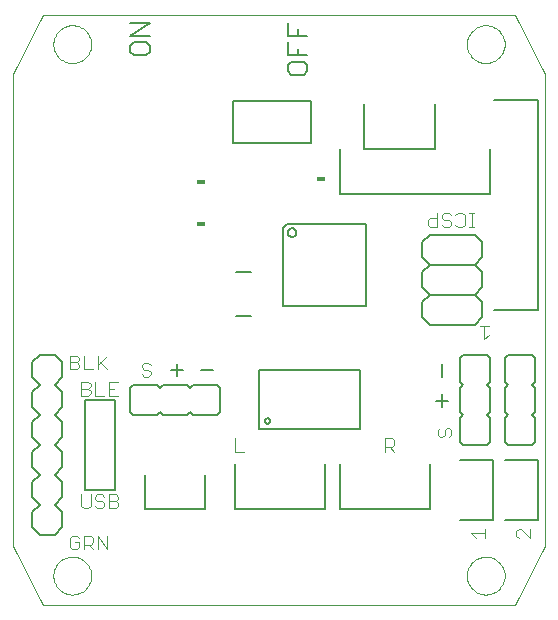
<source format=gto>
G75*
%MOIN*%
%OFA0B0*%
%FSLAX24Y24*%
%IPPOS*%
%LPD*%
%AMOC8*
5,1,8,0,0,1.08239X$1,22.5*
%
%ADD10C,0.0000*%
%ADD11C,0.0040*%
%ADD12C,0.0050*%
%ADD13C,0.0060*%
%ADD14C,0.0080*%
%ADD15R,0.0300X0.0180*%
D10*
X001510Y000307D02*
X000526Y002276D01*
X000526Y018024D01*
X001510Y019993D01*
X017258Y019993D01*
X018243Y018024D01*
X018243Y002276D01*
X017258Y000307D01*
X001510Y000307D01*
X001864Y001292D02*
X001866Y001342D01*
X001872Y001392D01*
X001882Y001441D01*
X001896Y001489D01*
X001913Y001536D01*
X001934Y001581D01*
X001959Y001625D01*
X001987Y001666D01*
X002019Y001705D01*
X002053Y001742D01*
X002090Y001776D01*
X002130Y001806D01*
X002172Y001833D01*
X002216Y001857D01*
X002262Y001878D01*
X002309Y001894D01*
X002357Y001907D01*
X002407Y001916D01*
X002456Y001921D01*
X002507Y001922D01*
X002557Y001919D01*
X002606Y001912D01*
X002655Y001901D01*
X002703Y001886D01*
X002749Y001868D01*
X002794Y001846D01*
X002837Y001820D01*
X002878Y001791D01*
X002917Y001759D01*
X002953Y001724D01*
X002985Y001686D01*
X003015Y001646D01*
X003042Y001603D01*
X003065Y001559D01*
X003084Y001513D01*
X003100Y001465D01*
X003112Y001416D01*
X003120Y001367D01*
X003124Y001317D01*
X003124Y001267D01*
X003120Y001217D01*
X003112Y001168D01*
X003100Y001119D01*
X003084Y001071D01*
X003065Y001025D01*
X003042Y000981D01*
X003015Y000938D01*
X002985Y000898D01*
X002953Y000860D01*
X002917Y000825D01*
X002878Y000793D01*
X002837Y000764D01*
X002794Y000738D01*
X002749Y000716D01*
X002703Y000698D01*
X002655Y000683D01*
X002606Y000672D01*
X002557Y000665D01*
X002507Y000662D01*
X002456Y000663D01*
X002407Y000668D01*
X002357Y000677D01*
X002309Y000690D01*
X002262Y000706D01*
X002216Y000727D01*
X002172Y000751D01*
X002130Y000778D01*
X002090Y000808D01*
X002053Y000842D01*
X002019Y000879D01*
X001987Y000918D01*
X001959Y000959D01*
X001934Y001003D01*
X001913Y001048D01*
X001896Y001095D01*
X001882Y001143D01*
X001872Y001192D01*
X001866Y001242D01*
X001864Y001292D01*
X015644Y001292D02*
X015646Y001342D01*
X015652Y001392D01*
X015662Y001441D01*
X015676Y001489D01*
X015693Y001536D01*
X015714Y001581D01*
X015739Y001625D01*
X015767Y001666D01*
X015799Y001705D01*
X015833Y001742D01*
X015870Y001776D01*
X015910Y001806D01*
X015952Y001833D01*
X015996Y001857D01*
X016042Y001878D01*
X016089Y001894D01*
X016137Y001907D01*
X016187Y001916D01*
X016236Y001921D01*
X016287Y001922D01*
X016337Y001919D01*
X016386Y001912D01*
X016435Y001901D01*
X016483Y001886D01*
X016529Y001868D01*
X016574Y001846D01*
X016617Y001820D01*
X016658Y001791D01*
X016697Y001759D01*
X016733Y001724D01*
X016765Y001686D01*
X016795Y001646D01*
X016822Y001603D01*
X016845Y001559D01*
X016864Y001513D01*
X016880Y001465D01*
X016892Y001416D01*
X016900Y001367D01*
X016904Y001317D01*
X016904Y001267D01*
X016900Y001217D01*
X016892Y001168D01*
X016880Y001119D01*
X016864Y001071D01*
X016845Y001025D01*
X016822Y000981D01*
X016795Y000938D01*
X016765Y000898D01*
X016733Y000860D01*
X016697Y000825D01*
X016658Y000793D01*
X016617Y000764D01*
X016574Y000738D01*
X016529Y000716D01*
X016483Y000698D01*
X016435Y000683D01*
X016386Y000672D01*
X016337Y000665D01*
X016287Y000662D01*
X016236Y000663D01*
X016187Y000668D01*
X016137Y000677D01*
X016089Y000690D01*
X016042Y000706D01*
X015996Y000727D01*
X015952Y000751D01*
X015910Y000778D01*
X015870Y000808D01*
X015833Y000842D01*
X015799Y000879D01*
X015767Y000918D01*
X015739Y000959D01*
X015714Y001003D01*
X015693Y001048D01*
X015676Y001095D01*
X015662Y001143D01*
X015652Y001192D01*
X015646Y001242D01*
X015644Y001292D01*
X015644Y019008D02*
X015646Y019058D01*
X015652Y019108D01*
X015662Y019157D01*
X015676Y019205D01*
X015693Y019252D01*
X015714Y019297D01*
X015739Y019341D01*
X015767Y019382D01*
X015799Y019421D01*
X015833Y019458D01*
X015870Y019492D01*
X015910Y019522D01*
X015952Y019549D01*
X015996Y019573D01*
X016042Y019594D01*
X016089Y019610D01*
X016137Y019623D01*
X016187Y019632D01*
X016236Y019637D01*
X016287Y019638D01*
X016337Y019635D01*
X016386Y019628D01*
X016435Y019617D01*
X016483Y019602D01*
X016529Y019584D01*
X016574Y019562D01*
X016617Y019536D01*
X016658Y019507D01*
X016697Y019475D01*
X016733Y019440D01*
X016765Y019402D01*
X016795Y019362D01*
X016822Y019319D01*
X016845Y019275D01*
X016864Y019229D01*
X016880Y019181D01*
X016892Y019132D01*
X016900Y019083D01*
X016904Y019033D01*
X016904Y018983D01*
X016900Y018933D01*
X016892Y018884D01*
X016880Y018835D01*
X016864Y018787D01*
X016845Y018741D01*
X016822Y018697D01*
X016795Y018654D01*
X016765Y018614D01*
X016733Y018576D01*
X016697Y018541D01*
X016658Y018509D01*
X016617Y018480D01*
X016574Y018454D01*
X016529Y018432D01*
X016483Y018414D01*
X016435Y018399D01*
X016386Y018388D01*
X016337Y018381D01*
X016287Y018378D01*
X016236Y018379D01*
X016187Y018384D01*
X016137Y018393D01*
X016089Y018406D01*
X016042Y018422D01*
X015996Y018443D01*
X015952Y018467D01*
X015910Y018494D01*
X015870Y018524D01*
X015833Y018558D01*
X015799Y018595D01*
X015767Y018634D01*
X015739Y018675D01*
X015714Y018719D01*
X015693Y018764D01*
X015676Y018811D01*
X015662Y018859D01*
X015652Y018908D01*
X015646Y018958D01*
X015644Y019008D01*
X001864Y019008D02*
X001866Y019058D01*
X001872Y019108D01*
X001882Y019157D01*
X001896Y019205D01*
X001913Y019252D01*
X001934Y019297D01*
X001959Y019341D01*
X001987Y019382D01*
X002019Y019421D01*
X002053Y019458D01*
X002090Y019492D01*
X002130Y019522D01*
X002172Y019549D01*
X002216Y019573D01*
X002262Y019594D01*
X002309Y019610D01*
X002357Y019623D01*
X002407Y019632D01*
X002456Y019637D01*
X002507Y019638D01*
X002557Y019635D01*
X002606Y019628D01*
X002655Y019617D01*
X002703Y019602D01*
X002749Y019584D01*
X002794Y019562D01*
X002837Y019536D01*
X002878Y019507D01*
X002917Y019475D01*
X002953Y019440D01*
X002985Y019402D01*
X003015Y019362D01*
X003042Y019319D01*
X003065Y019275D01*
X003084Y019229D01*
X003100Y019181D01*
X003112Y019132D01*
X003120Y019083D01*
X003124Y019033D01*
X003124Y018983D01*
X003120Y018933D01*
X003112Y018884D01*
X003100Y018835D01*
X003084Y018787D01*
X003065Y018741D01*
X003042Y018697D01*
X003015Y018654D01*
X002985Y018614D01*
X002953Y018576D01*
X002917Y018541D01*
X002878Y018509D01*
X002837Y018480D01*
X002794Y018454D01*
X002749Y018432D01*
X002703Y018414D01*
X002655Y018399D01*
X002606Y018388D01*
X002557Y018381D01*
X002507Y018378D01*
X002456Y018379D01*
X002407Y018384D01*
X002357Y018393D01*
X002309Y018406D01*
X002262Y018422D01*
X002216Y018443D01*
X002172Y018467D01*
X002130Y018494D01*
X002090Y018524D01*
X002053Y018558D01*
X002019Y018595D01*
X001987Y018634D01*
X001959Y018675D01*
X001934Y018719D01*
X001913Y018764D01*
X001896Y018811D01*
X001882Y018859D01*
X001872Y018908D01*
X001866Y018958D01*
X001864Y019008D01*
D11*
X002420Y008630D02*
X002650Y008630D01*
X002727Y008554D01*
X002727Y008477D01*
X002650Y008400D01*
X002420Y008400D01*
X002420Y008170D02*
X002650Y008170D01*
X002727Y008247D01*
X002727Y008323D01*
X002650Y008400D01*
X002880Y008170D02*
X003187Y008170D01*
X003341Y008170D02*
X003341Y008630D01*
X003418Y008400D02*
X003648Y008170D01*
X003341Y008323D02*
X003648Y008630D01*
X002880Y008630D02*
X002880Y008170D01*
X002795Y007755D02*
X003025Y007755D01*
X003102Y007679D01*
X003102Y007602D01*
X003025Y007525D01*
X002795Y007525D01*
X002795Y007295D02*
X003025Y007295D01*
X003102Y007372D01*
X003102Y007448D01*
X003025Y007525D01*
X003255Y007295D02*
X003562Y007295D01*
X003716Y007295D02*
X004023Y007295D01*
X003869Y007525D02*
X003716Y007525D01*
X003716Y007755D02*
X003716Y007295D01*
X003716Y007755D02*
X004023Y007755D01*
X003255Y007755D02*
X003255Y007295D01*
X002795Y007295D02*
X002795Y007755D01*
X002420Y008170D02*
X002420Y008630D01*
X004802Y008310D02*
X004802Y008233D01*
X004879Y008156D01*
X005032Y008156D01*
X005109Y008079D01*
X005109Y008003D01*
X005032Y007926D01*
X004879Y007926D01*
X004802Y008003D01*
X004802Y008310D02*
X004879Y008386D01*
X005032Y008386D01*
X005109Y008310D01*
X007920Y005880D02*
X007920Y005420D01*
X008227Y005420D01*
X004023Y003929D02*
X004023Y003852D01*
X003946Y003775D01*
X003716Y003775D01*
X003562Y003698D02*
X003562Y003622D01*
X003486Y003545D01*
X003332Y003545D01*
X003255Y003622D01*
X003102Y003622D02*
X003102Y004005D01*
X003255Y003929D02*
X003255Y003852D01*
X003332Y003775D01*
X003486Y003775D01*
X003562Y003698D01*
X003716Y003545D02*
X003946Y003545D01*
X004023Y003622D01*
X004023Y003698D01*
X003946Y003775D01*
X004023Y003929D02*
X003946Y004005D01*
X003716Y004005D01*
X003716Y003545D01*
X003562Y003929D02*
X003486Y004005D01*
X003332Y004005D01*
X003255Y003929D01*
X003102Y003622D02*
X003025Y003545D01*
X002872Y003545D01*
X002795Y003622D01*
X002795Y004005D01*
X002880Y002630D02*
X003111Y002630D01*
X003187Y002554D01*
X003187Y002400D01*
X003111Y002323D01*
X002880Y002323D01*
X002880Y002170D02*
X002880Y002630D01*
X002727Y002554D02*
X002650Y002630D01*
X002497Y002630D01*
X002420Y002554D01*
X002420Y002247D01*
X002497Y002170D01*
X002650Y002170D01*
X002727Y002247D01*
X002727Y002400D01*
X002573Y002400D01*
X003034Y002323D02*
X003187Y002170D01*
X003341Y002170D02*
X003341Y002630D01*
X003648Y002170D01*
X003648Y002630D01*
X012920Y005420D02*
X012920Y005880D01*
X013150Y005880D01*
X013227Y005804D01*
X013227Y005650D01*
X013150Y005573D01*
X012920Y005573D01*
X013073Y005573D02*
X013227Y005420D01*
X014670Y005997D02*
X014746Y005920D01*
X014823Y005920D01*
X014900Y005997D01*
X014900Y006150D01*
X014977Y006227D01*
X015053Y006227D01*
X015130Y006150D01*
X015130Y005997D01*
X015053Y005920D01*
X014670Y005997D02*
X014670Y006150D01*
X014746Y006227D01*
X016227Y009170D02*
X016227Y009630D01*
X016380Y009630D02*
X016073Y009630D01*
X016380Y009323D02*
X016227Y009170D01*
X015880Y012920D02*
X015727Y012920D01*
X015803Y012920D02*
X015803Y013380D01*
X015727Y013380D02*
X015880Y013380D01*
X015573Y013303D02*
X015573Y012996D01*
X015496Y012920D01*
X015343Y012920D01*
X015266Y012996D01*
X015113Y012996D02*
X015113Y013073D01*
X015036Y013150D01*
X014882Y013150D01*
X014806Y013227D01*
X014806Y013303D01*
X014882Y013380D01*
X015036Y013380D01*
X015113Y013303D01*
X015266Y013303D02*
X015343Y013380D01*
X015496Y013380D01*
X015573Y013303D01*
X015113Y012996D02*
X015036Y012920D01*
X014882Y012920D01*
X014806Y012996D01*
X014652Y012920D02*
X014422Y012920D01*
X014345Y012996D01*
X014345Y013150D01*
X014422Y013227D01*
X014652Y013227D01*
X014652Y013380D02*
X014652Y012920D01*
X016255Y002852D02*
X016255Y002545D01*
X016255Y002698D02*
X015795Y002698D01*
X015948Y002545D01*
X017295Y002622D02*
X017371Y002545D01*
X017295Y002622D02*
X017295Y002775D01*
X017371Y002852D01*
X017448Y002852D01*
X017755Y002545D01*
X017755Y002852D01*
D12*
X018030Y003150D02*
X016900Y003150D01*
X016530Y003150D02*
X015400Y003150D01*
X014400Y003520D02*
X011400Y003520D01*
X011400Y005016D01*
X010900Y005016D02*
X010900Y003520D01*
X007900Y003520D01*
X007900Y005016D01*
X006900Y004650D02*
X006900Y003520D01*
X004900Y003520D01*
X004900Y004650D01*
X003900Y004150D02*
X002900Y004150D01*
X002900Y007150D01*
X003900Y007150D01*
X003900Y004150D01*
X005971Y007948D02*
X005971Y008355D01*
X005768Y008152D02*
X006175Y008152D01*
X006768Y008152D02*
X007175Y008152D01*
X011400Y014020D02*
X011400Y015516D01*
X012219Y015520D02*
X012219Y017016D01*
X012219Y015520D02*
X014581Y015520D01*
X014581Y017016D01*
X016534Y017150D02*
X018030Y017150D01*
X018030Y010150D01*
X016534Y010150D01*
X014820Y008332D02*
X014820Y007925D01*
X014820Y007332D02*
X014820Y006925D01*
X015023Y007129D02*
X014616Y007129D01*
X015400Y005150D02*
X016530Y005150D01*
X016530Y003150D01*
X018030Y003150D02*
X018030Y005150D01*
X016900Y005150D01*
X014400Y005016D02*
X014400Y003520D01*
X016400Y014020D02*
X011400Y014020D01*
X016400Y014020D02*
X016400Y015516D01*
D13*
X015900Y012650D02*
X014400Y012650D01*
X014150Y012400D01*
X014150Y011900D01*
X014400Y011650D01*
X015900Y011650D01*
X016150Y011900D01*
X016150Y012400D01*
X015900Y012650D01*
X015900Y011650D02*
X016150Y011400D01*
X016150Y010900D01*
X015900Y010650D01*
X014400Y010650D01*
X014150Y010900D01*
X014150Y011400D01*
X014400Y011650D01*
X014400Y010650D02*
X014150Y010400D01*
X014150Y009900D01*
X014400Y009650D01*
X015900Y009650D01*
X016150Y009900D01*
X016150Y010400D01*
X015900Y010650D01*
X015500Y008650D02*
X015400Y008550D01*
X015400Y007750D01*
X015500Y007650D01*
X015400Y007550D01*
X015400Y006750D01*
X015500Y006650D01*
X015400Y006550D01*
X015400Y005750D01*
X015500Y005650D01*
X016300Y005650D01*
X016400Y005750D01*
X016400Y006550D01*
X016300Y006650D01*
X016400Y006750D01*
X016400Y007550D01*
X016300Y007650D01*
X016400Y007750D01*
X016400Y008550D01*
X016300Y008650D01*
X015500Y008650D01*
X016900Y008550D02*
X016900Y007750D01*
X017000Y007650D01*
X016900Y007550D01*
X016900Y006750D01*
X017000Y006650D01*
X016900Y006550D01*
X016900Y005750D01*
X017000Y005650D01*
X017800Y005650D01*
X017900Y005750D01*
X017900Y006550D01*
X017800Y006650D01*
X017900Y006750D01*
X017900Y007550D01*
X017800Y007650D01*
X017900Y007750D01*
X017900Y008550D01*
X017800Y008650D01*
X017000Y008650D01*
X016900Y008550D01*
X012280Y010270D02*
X009520Y010270D01*
X009520Y012890D01*
X009660Y013030D01*
X012280Y013030D01*
X012280Y010270D01*
X009679Y012730D02*
X009681Y012753D01*
X009687Y012776D01*
X009696Y012797D01*
X009709Y012817D01*
X009725Y012834D01*
X009743Y012848D01*
X009763Y012859D01*
X009785Y012867D01*
X009808Y012871D01*
X009832Y012871D01*
X009855Y012867D01*
X009877Y012859D01*
X009897Y012848D01*
X009915Y012834D01*
X009931Y012817D01*
X009944Y012797D01*
X009953Y012776D01*
X009959Y012753D01*
X009961Y012730D01*
X009959Y012707D01*
X009953Y012684D01*
X009944Y012663D01*
X009931Y012643D01*
X009915Y012626D01*
X009897Y012612D01*
X009877Y012601D01*
X009855Y012593D01*
X009832Y012589D01*
X009808Y012589D01*
X009785Y012593D01*
X009763Y012601D01*
X009743Y012612D01*
X009725Y012626D01*
X009709Y012643D01*
X009696Y012663D01*
X009687Y012684D01*
X009681Y012707D01*
X009679Y012730D01*
X007300Y007650D02*
X006500Y007650D01*
X006400Y007550D01*
X006300Y007650D01*
X005500Y007650D01*
X005400Y007550D01*
X005300Y007650D01*
X004500Y007650D01*
X004400Y007550D01*
X004400Y006750D01*
X004500Y006650D01*
X005300Y006650D01*
X005400Y006750D01*
X005500Y006650D01*
X006300Y006650D01*
X006400Y006750D01*
X006500Y006650D01*
X007300Y006650D01*
X007400Y006750D01*
X007400Y007550D01*
X007300Y007650D01*
X009786Y017996D02*
X010213Y017996D01*
X010320Y018103D01*
X010320Y018317D01*
X010213Y018423D01*
X009786Y018423D01*
X009679Y018317D01*
X009679Y018103D01*
X009786Y017996D01*
X009679Y018641D02*
X009679Y019068D01*
X009679Y019285D02*
X009679Y019712D01*
X010000Y019499D02*
X010000Y019285D01*
X010320Y019285D02*
X009679Y019285D01*
X010000Y018854D02*
X010000Y018641D01*
X010320Y018641D02*
X009679Y018641D01*
X005070Y018748D02*
X004963Y018641D01*
X004536Y018641D01*
X004429Y018748D01*
X004429Y018961D01*
X004536Y019068D01*
X004963Y019068D01*
X005070Y018961D01*
X005070Y018748D01*
X005070Y019285D02*
X004429Y019285D01*
X005070Y019712D01*
X004429Y019712D01*
D14*
X007860Y017100D02*
X010440Y017100D01*
X010440Y015700D01*
X007860Y015700D01*
X007860Y017100D01*
X007948Y011429D02*
X008460Y011429D01*
X008460Y009953D02*
X007948Y009953D01*
X008727Y008134D02*
X008727Y006166D01*
X012073Y006166D01*
X012073Y008134D01*
X008727Y008134D01*
X008912Y006450D02*
X008914Y006468D01*
X008920Y006486D01*
X008929Y006502D01*
X008941Y006515D01*
X008956Y006526D01*
X008973Y006534D01*
X008991Y006538D01*
X009009Y006538D01*
X009027Y006534D01*
X009044Y006526D01*
X009059Y006515D01*
X009071Y006502D01*
X009080Y006486D01*
X009086Y006468D01*
X009088Y006450D01*
X009086Y006432D01*
X009080Y006414D01*
X009071Y006398D01*
X009059Y006385D01*
X009044Y006374D01*
X009027Y006366D01*
X009009Y006362D01*
X008991Y006362D01*
X008973Y006366D01*
X008956Y006374D01*
X008941Y006385D01*
X008929Y006398D01*
X008920Y006414D01*
X008914Y006432D01*
X008912Y006450D01*
X002150Y006400D02*
X002150Y005900D01*
X001900Y005650D01*
X002150Y005400D01*
X002150Y004900D01*
X001900Y004650D01*
X002150Y004400D01*
X002150Y003900D01*
X001900Y003650D01*
X002150Y003400D01*
X002150Y002900D01*
X001900Y002650D01*
X001400Y002650D01*
X001150Y002900D01*
X001150Y003400D01*
X001400Y003650D01*
X001150Y003900D01*
X001150Y004400D01*
X001400Y004650D01*
X001150Y004900D01*
X001150Y005400D01*
X001400Y005650D01*
X001150Y005900D01*
X001150Y006400D01*
X001400Y006650D01*
X001150Y006900D01*
X001150Y007400D01*
X001400Y007650D01*
X001150Y007900D01*
X001150Y008400D01*
X001400Y008650D01*
X001900Y008650D01*
X002150Y008400D01*
X002150Y007900D01*
X001900Y007650D01*
X002150Y007400D01*
X002150Y006900D01*
X001900Y006650D01*
X002150Y006400D01*
D15*
X006775Y013025D03*
X006775Y014400D03*
X010775Y014525D03*
M02*

</source>
